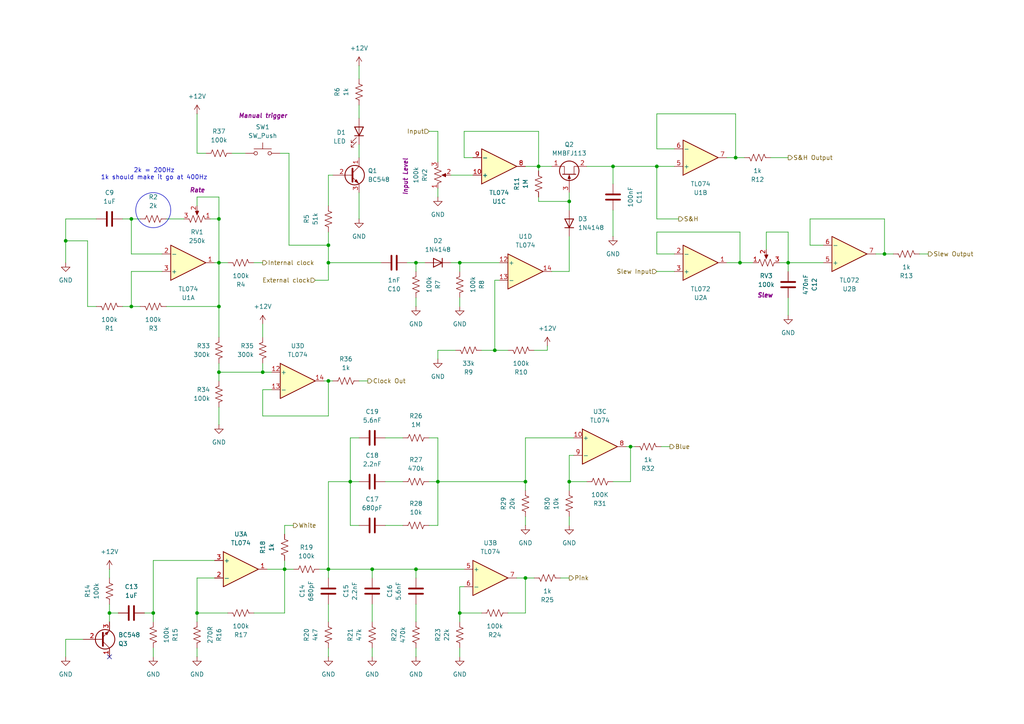
<source format=kicad_sch>
(kicad_sch (version 20231120) (generator "eeschema") (generator_version "8.0")
  (paper "A4")
  (title_block (company "DMH Instruments") (comment 1 "PCB for 5 cm Kosmo format synthesizer module"))
  (lib_symbols
    (symbol "Amplifier_Operational:TL072" (pin_names (offset 0.127))
      (property "Reference" "U" (at 0 5.08 0))
      (property "Value" "TL072" (at 0 -5.08 0))
      (symbol "TL072_1_1"
        (polyline (pts (xy -5.08 5.08) (xy 5.08 0) (xy -5.08 -5.08) (xy -5.08 5.08)) (stroke (width 0.254)) (fill (type background)))
        (pin output line (at 7.62 0 180) (length 2.54) (name "~") (number "1"))
        (pin input line (at -7.62 -2.54 0) (length 2.54) (name "-") (number "2"))
        (pin input line (at -7.62 2.54 0) (length 2.54) (name "+") (number "3"))
      )
      (symbol "TL072_2_1"
        (polyline (pts (xy -5.08 5.08) (xy 5.08 0) (xy -5.08 -5.08) (xy -5.08 5.08)) (stroke (width 0.254)) (fill (type background)))
        (pin input line (at -7.62 2.54 0) (length 2.54) (name "+") (number "5"))
        (pin input line (at -7.62 -2.54 0) (length 2.54) (name "-") (number "6"))
        (pin output line (at 7.62 0 180) (length 2.54) (name "~") (number "7"))
      )
      (symbol "TL072_3_1"
        (pin power_in line (at -2.54 -7.62 90) (length 3.81) (name "V-") (number "4"))
        (pin power_in line (at -2.54 7.62 270) (length 3.81) (name "V+") (number "8"))
      )
    )
    (symbol "Amplifier_Operational:TL074" (pin_names (offset 0.127))
      (property "Reference" "U" (at 0 5.08 0))
      (property "Value" "TL074" (at 0 -5.08 0))
      (symbol "TL074_1_1"
        (polyline (pts (xy -5.08 5.08) (xy 5.08 0) (xy -5.08 -5.08) (xy -5.08 5.08)) (stroke (width 0.254)) (fill (type background)))
        (pin output line (at 7.62 0 180) (length 2.54) (name "~") (number "1"))
        (pin input line (at -7.62 -2.54 0) (length 2.54) (name "-") (number "2"))
        (pin input line (at -7.62 2.54 0) (length 2.54) (name "+") (number "3"))
      )
      (symbol "TL074_2_1"
        (polyline (pts (xy -5.08 5.08) (xy 5.08 0) (xy -5.08 -5.08) (xy -5.08 5.08)) (stroke (width 0.254)) (fill (type background)))
        (pin input line (at -7.62 2.54 0) (length 2.54) (name "+") (number "5"))
        (pin input line (at -7.62 -2.54 0) (length 2.54) (name "-") (number "6"))
        (pin output line (at 7.62 0 180) (length 2.54) (name "~") (number "7"))
      )
      (symbol "TL074_3_1"
        (polyline (pts (xy -5.08 5.08) (xy 5.08 0) (xy -5.08 -5.08) (xy -5.08 5.08)) (stroke (width 0.254)) (fill (type background)))
        (pin input line (at -7.62 2.54 0) (length 2.54) (name "+") (number "10"))
        (pin output line (at 7.62 0 180) (length 2.54) (name "~") (number "8"))
        (pin input line (at -7.62 -2.54 0) (length 2.54) (name "-") (number "9"))
      )
      (symbol "TL074_4_1"
        (polyline (pts (xy -5.08 5.08) (xy 5.08 0) (xy -5.08 -5.08) (xy -5.08 5.08)) (stroke (width 0.254)) (fill (type background)))
        (pin input line (at -7.62 2.54 0) (length 2.54) (name "+") (number "12"))
        (pin input line (at -7.62 -2.54 0) (length 2.54) (name "-") (number "13"))
        (pin output line (at 7.62 0 180) (length 2.54) (name "~") (number "14"))
      )
      (symbol "TL074_5_1"
        (pin power_in line (at -2.54 -7.62 90) (length 3.81) (name "V-") (number "11"))
        (pin power_in line (at -2.54 7.62 270) (length 3.81) (name "V+") (number "4"))
      )
    )
    (symbol "Device:C" (pin_numbers hide) (pin_names (offset 0.254))
      (property "Reference" "C" (at 0.635 2.54 0))
      (property "Value" "C" (at 0.635 -2.54 0))
      (symbol "C_0_1"
        (polyline (pts (xy -2.032 -0.762) (xy 2.032 -0.762)) (stroke (width 0.508)))
        (polyline (pts (xy -2.032 0.762) (xy 2.032 0.762)) (stroke (width 0.508)))
      )
      (symbol "C_1_1"
        (pin passive line (at 0 3.81 270) (length 2.794) (name "~") (number "1"))
        (pin passive line (at 0 -3.81 90) (length 2.794) (name "~") (number "2"))
      )
    )
    (symbol "Device:D" (pin_numbers hide) (pin_names (offset 1.016) hide)
      (property "Reference" "D" (at 0 2.54 0))
      (property "Value" "D" (at 0 -2.54 0))
      (symbol "D_0_1"
        (polyline (pts (xy -1.27 1.27) (xy -1.27 -1.27)) (stroke (width 0.254)))
        (polyline (pts (xy 1.27 0) (xy -1.27 0)))
        (polyline (pts (xy 1.27 1.27) (xy 1.27 -1.27) (xy -1.27 0) (xy 1.27 1.27)) (stroke (width 0.254)))
      )
      (symbol "D_1_1"
        (pin passive line (at -3.81 0 0) (length 2.54) (name "K") (number "1"))
        (pin passive line (at 3.81 0 180) (length 2.54) (name "A") (number "2"))
      )
    )
    (symbol "Device:LED" (pin_numbers hide) (pin_names (offset 1.016) hide)
      (property "Reference" "D" (at 0 2.54 0))
      (property "Value" "LED" (at 0 -2.54 0))
      (symbol "LED_0_1"
        (polyline (pts (xy -1.27 -1.27) (xy -1.27 1.27)) (stroke (width 0.254)))
        (polyline (pts (xy -1.27 0) (xy 1.27 0)))
        (polyline (pts (xy 1.27 -1.27) (xy 1.27 1.27) (xy -1.27 0) (xy 1.27 -1.27)) (stroke (width 0.254)))
        (polyline (pts (xy -3.048 -0.762) (xy -4.572 -2.286) (xy -3.81 -2.286) (xy -4.572 -2.286) (xy -4.572 -1.524)))
        (polyline (pts (xy -1.778 -0.762) (xy -3.302 -2.286) (xy -2.54 -2.286) (xy -3.302 -2.286) (xy -3.302 -1.524)))
      )
      (symbol "LED_1_1"
        (pin passive line (at -3.81 0 0) (length 2.54) (name "K") (number "1"))
        (pin passive line (at 3.81 0 180) (length 2.54) (name "A") (number "2"))
      )
    )
    (symbol "Device:R_Potentiometer_US" (pin_names (offset 1.016) hide)
      (property "Reference" "RV" (at -4.445 0 90))
      (property "Value" "R_Potentiometer_US" (at -2.54 0 90))
      (symbol "R_Potentiometer_US_0_1"
        (polyline (pts (xy 0 -2.286) (xy 0 -2.54)))
        (polyline (pts (xy 0 2.54) (xy 0 2.286)))
        (polyline (pts (xy 2.54 0) (xy 1.524 0)))
        (polyline (pts (xy 1.143 0) (xy 2.286 0.508) (xy 2.286 -0.508) (xy 1.143 0)) (fill (type outline)))
        (polyline (pts (xy 0 -0.762) (xy 1.016 -1.143) (xy 0 -1.524) (xy -1.016 -1.905) (xy 0 -2.286)))
        (polyline (pts (xy 0 0.762) (xy 1.016 0.381) (xy 0 0) (xy -1.016 -0.381) (xy 0 -0.762)))
        (polyline (pts (xy 0 2.286) (xy 1.016 1.905) (xy 0 1.524) (xy -1.016 1.143) (xy 0 0.762)))
      )
      (symbol "R_Potentiometer_US_1_1"
        (pin passive line (at 0 3.81 270) (length 1.27) (name "1") (number "1"))
        (pin passive line (at 3.81 0 180) (length 1.27) (name "2") (number "2"))
        (pin passive line (at 0 -3.81 90) (length 1.27) (name "3") (number "3"))
      )
    )
    (symbol "Device:R_US" (pin_numbers hide) (pin_names (offset 0))
      (property "Reference" "R" (at 2.54 0 90))
      (property "Value" "R_US" (at -2.54 0 90))
      (symbol "R_US_0_1"
        (polyline (pts (xy 0 -2.286) (xy 0 -2.54)))
        (polyline (pts (xy 0 2.286) (xy 0 2.54)))
        (polyline (pts (xy 0 -0.762) (xy 1.016 -1.143) (xy 0 -1.524) (xy -1.016 -1.905) (xy 0 -2.286)))
        (polyline (pts (xy 0 0.762) (xy 1.016 0.381) (xy 0 0) (xy -1.016 -0.381) (xy 0 -0.762)))
        (polyline (pts (xy 0 2.286) (xy 1.016 1.905) (xy 0 1.524) (xy -1.016 1.143) (xy 0 0.762)))
      )
      (symbol "R_US_1_1"
        (pin passive line (at 0 3.81 270) (length 1.27) (name "~") (number "1"))
        (pin passive line (at 0 -3.81 90) (length 1.27) (name "~") (number "2"))
      )
    )
    (symbol "Switch:SW_Push" (pin_numbers hide) (pin_names (offset 1.016) hide)
      (property "Reference" "SW" (at 1.27 2.54 0))
      (property "Value" "SW_Push" (at 0 -1.524 0))
      (symbol "SW_Push_0_1"
        (circle (center -2.032 0) (radius 0.508))
        (polyline (pts (xy 0 1.27) (xy 0 3.048)))
        (polyline (pts (xy 2.54 1.27) (xy -2.54 1.27)))
        (circle (center 2.032 0) (radius 0.508))
        (pin passive line (at -5.08 0 0) (length 2.54) (name "1") (number "1"))
        (pin passive line (at 5.08 0 180) (length 2.54) (name "2") (number "2"))
      )
    )
    (symbol "Transistor_BJT:BC548" (pin_names (offset 0) hide)
      (property "Reference" "Q" (at 5.08 1.905 0))
      (property "Value" "BC548" (at 5.08 0 0))
      (symbol "BC548_0_1"
        (polyline (pts (xy 0 0) (xy 0.635 0)))
        (polyline (pts (xy 0.635 0.635) (xy 2.54 2.54)))
        (polyline (pts (xy 0.635 -0.635) (xy 2.54 -2.54) (xy 2.54 -2.54)))
        (polyline (pts (xy 0.635 1.905) (xy 0.635 -1.905) (xy 0.635 -1.905)) (stroke (width 0.508)))
        (polyline (pts (xy 1.27 -1.778) (xy 1.778 -1.27) (xy 2.286 -2.286) (xy 1.27 -1.778) (xy 1.27 -1.778)) (fill (type outline)))
        (circle (center 1.27 0) (radius 2.8194) (stroke (width 0.254)))
      )
      (symbol "BC548_1_1"
        (pin passive line (at 2.54 5.08 270) (length 2.54) (name "C") (number "1"))
        (pin input line (at -5.08 0 0) (length 5.08) (name "B") (number "2"))
        (pin passive line (at 2.54 -5.08 90) (length 2.54) (name "E") (number "3"))
      )
    )
    (symbol "Transistor_FET:MMBFJ113" (pin_names hide)
      (property "Reference" "Q" (at 5.08 1.905 0))
      (property "Value" "MMBFJ113" (at 5.08 0 0))
      (symbol "MMBFJ113_0_1"
        (polyline (pts (xy 0.254 0) (xy -2.54 0)))
        (polyline (pts (xy 0.254 1.905) (xy 0.254 -1.905)) (stroke (width 0.254)))
        (polyline (pts (xy 2.54 -2.54) (xy 2.54 -1.397) (xy 0.254 -1.397)))
        (polyline (pts (xy 2.54 2.54) (xy 2.54 1.397) (xy 0.254 1.397)))
        (polyline (pts (xy 0 0) (xy -1.016 0.381) (xy -1.016 -0.381) (xy 0 0)) (fill (type outline)))
        (circle (center 1.27 0) (radius 2.8194) (stroke (width 0.254)))
      )
      (symbol "MMBFJ113_1_1"
        (pin passive line (at 2.54 5.08 270) (length 2.54) (name "D") (number "1"))
        (pin passive line (at 2.54 -5.08 90) (length 2.54) (name "S") (number "2"))
        (pin input line (at -5.08 0 0) (length 2.54) (name "G") (number "3"))
      )
    )
    (symbol "power:+12V" (power) (pin_numbers hide) (pin_names (offset 0) hide)
      (property "Value" "+12V" (at 0 3.556 0))
      (symbol "+12V_0_1"
        (polyline (pts (xy -0.762 1.27) (xy 0 2.54)))
        (polyline (pts (xy 0 0) (xy 0 2.54)))
        (polyline (pts (xy 0 2.54) (xy 0.762 1.27)))
      )
      (symbol "+12V_1_1"
        (pin power_in line (at 0 0 90) (length 0) (name "~") (number "1"))
      )
    )
    (symbol "power:GND" (power) (pin_numbers hide) (pin_names (offset 0) hide)
      (property "Value" "GND" (at 0 -3.81 0))
      (symbol "GND_0_1"
        (polyline (pts (xy 0 0) (xy 0 -1.27) (xy 1.27 -1.27) (xy 0 -2.54) (xy -1.27 -1.27) (xy 0 -1.27)))
      )
      (symbol "GND_1_1"
        (pin power_in line (at 0 0 270) (length 0) (name "~") (number "1"))
      )
    )
  )
  (junction (at 165.1 58.42))
  (junction (at 19.05 69.85))
  (junction (at 182.88 129.54))
  (junction (at 213.36 45.72))
  (junction (at 31.75 177.8))
  (junction (at 63.5 63.5))
  (junction (at 95.25 165.1))
  (junction (at 190.5 48.26))
  (junction (at 38.1 63.5))
  (junction (at 133.35 177.8))
  (junction (at 76.2 107.95))
  (junction (at 63.5 76.2))
  (junction (at 107.95 165.1))
  (junction (at 256.54 73.66))
  (junction (at 152.4 139.7))
  (junction (at 156.21 48.26))
  (junction (at 120.65 165.1))
  (junction (at 143.51 101.6))
  (junction (at 95.25 110.49))
  (junction (at 165.1 139.7))
  (junction (at 177.8 48.26))
  (junction (at 120.65 76.2))
  (junction (at 101.6 139.7))
  (junction (at 44.45 177.8))
  (junction (at 127 139.7))
  (junction (at 214.63 76.2))
  (junction (at 82.55 165.1))
  (junction (at 95.25 71.12))
  (junction (at 95.25 76.2))
  (junction (at 152.4 167.64))
  (junction (at 63.5 107.95))
  (junction (at 133.35 76.2))
  (junction (at 57.15 177.8))
  (junction (at 63.5 88.9))
  (junction (at 38.1 88.9))
  (junction (at 228.6 76.2))
  (no_connect (at 31.75 190.5))
  (wire (pts (xy 101.6 127) (xy 101.6 139.7)))
  (wire (pts (xy 57.15 57.15) (xy 63.5 57.15)))
  (wire (pts (xy 63.5 57.15) (xy 63.5 63.5)))
  (wire (pts (xy 38.1 63.5) (xy 40.64 63.5)))
  (wire (pts (xy 166.37 127) (xy 152.4 127)))
  (wire (pts (xy 104.14 127) (xy 101.6 127)))
  (wire (pts (xy 132.08 101.6) (xy 127 101.6)))
  (wire (pts (xy 137.16 45.72) (xy 134.62 45.72)))
  (wire (pts (xy 266.7 73.66) (xy 269.24 73.66)))
  (wire (pts (xy 165.1 139.7) (xy 170.18 139.7)))
  (wire (pts (xy 35.56 88.9) (xy 38.1 88.9)))
  (wire (pts (xy 213.36 33.02) (xy 213.36 45.72)))
  (wire (pts (xy 156.21 38.1) (xy 156.21 48.26)))
  (wire (pts (xy 41.91 177.8) (xy 44.45 177.8)))
  (wire (pts (xy 196.85 63.5) (xy 190.5 63.5)))
  (wire (pts (xy 19.05 69.85) (xy 19.05 76.2)))
  (wire (pts (xy 24.13 185.42) (xy 19.05 185.42)))
  (wire (pts (xy 147.32 177.8) (xy 152.4 177.8)))
  (wire (pts (xy 254 73.66) (xy 256.54 73.66)))
  (wire (pts (xy 25.4 69.85) (xy 19.05 69.85)))
  (wire (pts (xy 38.1 73.66) (xy 38.1 63.5)))
  (wire (pts (xy 190.5 33.02) (xy 213.36 33.02)))
  (wire (pts (xy 31.75 165.1) (xy 31.75 167.64)))
  (wire (pts (xy 120.65 187.96) (xy 120.65 190.5)))
  (wire (pts (xy 152.4 177.8) (xy 152.4 167.64)))
  (wire (pts (xy 134.62 45.72) (xy 134.62 38.1)))
  (wire (pts (xy 156.21 58.42) (xy 165.1 58.42)))
  (wire (pts (xy 19.05 185.42) (xy 19.05 190.5)))
  (wire (pts (xy 143.51 81.28) (xy 143.51 101.6)))
  (wire (pts (xy 35.56 63.5) (xy 38.1 63.5)))
  (wire (pts (xy 127 127) (xy 127 139.7)))
  (wire (pts (xy 57.15 59.69) (xy 57.15 57.15)))
  (wire (pts (xy 158.75 101.6) (xy 158.75 100.33)))
  (wire (pts (xy 44.45 187.96) (xy 44.45 190.5)))
  (wire (pts (xy 130.81 50.8) (xy 137.16 50.8)))
  (wire (pts (xy 95.25 59.69) (xy 95.25 50.8)))
  (wire (pts (xy 120.65 76.2) (xy 123.19 76.2)))
  (wire (pts (xy 63.5 107.95) (xy 76.2 107.95)))
  (wire (pts (xy 63.5 76.2) (xy 66.04 76.2)))
  (wire (pts (xy 82.55 152.4) (xy 85.09 152.4)))
  (wire (pts (xy 143.51 81.28) (xy 144.78 81.28)))
  (wire (pts (xy 62.23 167.64) (xy 57.15 167.64)))
  (wire (pts (xy 154.94 101.6) (xy 158.75 101.6)))
  (wire (pts (xy 82.55 154.94) (xy 82.55 152.4)))
  (wire (pts (xy 82.55 165.1) (xy 82.55 177.8)))
  (wire (pts (xy 57.15 177.8) (xy 57.15 180.34)))
  (wire (pts (xy 104.14 41.91) (xy 104.14 45.72)))
  (wire (pts (xy 104.14 19.05) (xy 104.14 22.86)))
  (wire (pts (xy 76.2 113.03) (xy 76.2 120.65)))
  (wire (pts (xy 104.14 55.88) (xy 104.14 63.5)))
  (wire (pts (xy 124.46 127) (xy 127 127)))
  (wire (pts (xy 127 139.7) (xy 152.4 139.7)))
  (wire (pts (xy 48.26 88.9) (xy 63.5 88.9)))
  (wire (pts (xy 63.5 63.5) (xy 63.5 76.2)))
  (wire (pts (xy 133.35 76.2) (xy 133.35 78.74)))
  (wire (pts (xy 149.86 167.64) (xy 152.4 167.64)))
  (wire (pts (xy 190.5 48.26) (xy 195.58 48.26)))
  (wire (pts (xy 92.71 165.1) (xy 95.25 165.1)))
  (wire (pts (xy 95.25 76.2) (xy 95.25 71.12)))
  (wire (pts (xy 63.5 88.9) (xy 63.5 76.2)))
  (wire (pts (xy 57.15 33.02) (xy 57.15 44.45)))
  (wire (pts (xy 73.66 76.2) (xy 76.2 76.2)))
  (wire (pts (xy 165.1 139.7) (xy 165.1 132.08)))
  (wire (pts (xy 93.98 110.49) (xy 95.25 110.49)))
  (wire (pts (xy 27.94 63.5) (xy 19.05 63.5)))
  (wire (pts (xy 107.95 175.26) (xy 107.95 180.34)))
  (wire (pts (xy 95.25 76.2) (xy 110.49 76.2)))
  (wire (pts (xy 177.8 48.26) (xy 190.5 48.26)))
  (wire (pts (xy 228.6 76.2) (xy 238.76 76.2)))
  (wire (pts (xy 62.23 76.2) (xy 63.5 76.2)))
  (wire (pts (xy 104.14 110.49) (xy 106.68 110.49)))
  (wire (pts (xy 63.5 107.95) (xy 63.5 110.49)))
  (wire (pts (xy 31.75 177.8) (xy 34.29 177.8)))
  (wire (pts (xy 120.65 86.36) (xy 120.65 88.9)))
  (wire (pts (xy 124.46 152.4) (xy 127 152.4)))
  (wire (pts (xy 162.56 167.64) (xy 165.1 167.64)))
  (wire (pts (xy 165.1 58.42) (xy 165.1 60.96)))
  (wire (pts (xy 120.65 76.2) (xy 120.65 78.74)))
  (wire (pts (xy 156.21 48.26) (xy 160.02 48.26)))
  (wire (pts (xy 57.15 167.64) (xy 57.15 177.8)))
  (wire (pts (xy 124.46 38.1) (xy 127 38.1)))
  (wire (pts (xy 130.81 76.2) (xy 133.35 76.2)))
  (wire (pts (xy 214.63 76.2) (xy 218.44 76.2)))
  (wire (pts (xy 182.88 129.54) (xy 182.88 139.7)))
  (wire (pts (xy 256.54 73.66) (xy 259.08 73.66)))
  (wire (pts (xy 83.82 44.45) (xy 83.82 71.12)))
  (wire (pts (xy 127 38.1) (xy 127 46.99)))
  (wire (pts (xy 228.6 86.36) (xy 228.6 91.44)))
  (wire (pts (xy 60.96 63.5) (xy 63.5 63.5)))
  (wire (pts (xy 118.11 76.2) (xy 120.65 76.2)))
  (wire (pts (xy 228.6 67.31) (xy 228.6 76.2)))
  (wire (pts (xy 195.58 73.66) (xy 190.5 73.66)))
  (wire (pts (xy 165.1 78.74) (xy 160.02 78.74)))
  (wire (pts (xy 95.25 139.7) (xy 95.25 165.1)))
  (wire (pts (xy 44.45 177.8) (xy 44.45 180.34)))
  (wire (pts (xy 67.31 44.45) (xy 71.12 44.45)))
  (wire (pts (xy 156.21 48.26) (xy 156.21 49.53)))
  (wire (pts (xy 133.35 177.8) (xy 139.7 177.8)))
  (wire (pts (xy 177.8 60.96) (xy 177.8 68.58)))
  (wire (pts (xy 25.4 88.9) (xy 25.4 69.85)))
  (wire (pts (xy 191.77 129.54) (xy 194.31 129.54)))
  (wire (pts (xy 46.99 78.74) (xy 38.1 78.74)))
  (wire (pts (xy 177.8 48.26) (xy 177.8 53.34)))
  (wire (pts (xy 73.66 177.8) (xy 82.55 177.8)))
  (wire (pts (xy 124.46 139.7) (xy 127 139.7)))
  (wire (pts (xy 133.35 187.96) (xy 133.35 190.5)))
  (wire (pts (xy 181.61 129.54) (xy 182.88 129.54)))
  (wire (pts (xy 170.18 48.26) (xy 177.8 48.26)))
  (wire (pts (xy 190.5 78.74) (xy 195.58 78.74)))
  (wire (pts (xy 238.76 71.12) (xy 234.95 71.12)))
  (wire (pts (xy 44.45 162.56) (xy 44.45 177.8)))
  (wire (pts (xy 101.6 139.7) (xy 95.25 139.7)))
  (wire (pts (xy 76.2 120.65) (xy 95.25 120.65)))
  (wire (pts (xy 195.58 43.18) (xy 190.5 43.18)))
  (wire (pts (xy 95.25 187.96) (xy 95.25 190.5)))
  (wire (pts (xy 139.7 101.6) (xy 143.51 101.6)))
  (wire (pts (xy 95.25 120.65) (xy 95.25 110.49)))
  (wire (pts (xy 152.4 167.64) (xy 154.94 167.64)))
  (wire (pts (xy 177.8 139.7) (xy 182.88 139.7)))
  (wire (pts (xy 228.6 76.2) (xy 228.6 78.74)))
  (wire (pts (xy 165.1 68.58) (xy 165.1 78.74)))
  (wire (pts (xy 223.52 45.72) (xy 228.6 45.72)))
  (wire (pts (xy 31.75 175.26) (xy 31.75 177.8)))
  (wire (pts (xy 107.95 187.96) (xy 107.95 190.5)))
  (wire (pts (xy 213.36 45.72) (xy 215.9 45.72)))
  (wire (pts (xy 134.62 38.1) (xy 156.21 38.1)))
  (wire (pts (xy 152.4 149.86) (xy 152.4 152.4)))
  (wire (pts (xy 111.76 139.7) (xy 116.84 139.7)))
  (wire (pts (xy 46.99 73.66) (xy 38.1 73.66)))
  (wire (pts (xy 78.74 113.03) (xy 76.2 113.03)))
  (wire (pts (xy 165.1 149.86) (xy 165.1 152.4)))
  (wire (pts (xy 190.5 43.18) (xy 190.5 33.02)))
  (wire (pts (xy 182.88 129.54) (xy 184.15 129.54)))
  (wire (pts (xy 210.82 76.2) (xy 214.63 76.2)))
  (wire (pts (xy 31.75 177.8) (xy 31.75 180.34)))
  (wire (pts (xy 127 101.6) (xy 127 104.14)))
  (wire (pts (xy 165.1 55.88) (xy 165.1 58.42)))
  (wire (pts (xy 95.25 175.26) (xy 95.25 180.34)))
  (wire (pts (xy 234.95 63.5) (xy 256.54 63.5)))
  (wire (pts (xy 83.82 71.12) (xy 95.25 71.12)))
  (wire (pts (xy 134.62 170.18) (xy 133.35 170.18)))
  (wire (pts (xy 133.35 180.34) (xy 133.35 177.8)))
  (wire (pts (xy 143.51 101.6) (xy 147.32 101.6)))
  (wire (pts (xy 76.2 105.41) (xy 76.2 107.95)))
  (wire (pts (xy 107.95 165.1) (xy 95.25 165.1)))
  (wire (pts (xy 111.76 127) (xy 116.84 127)))
  (wire (pts (xy 127 139.7) (xy 127 152.4)))
  (wire (pts (xy 152.4 139.7) (xy 152.4 142.24)))
  (wire (pts (xy 107.95 165.1) (xy 120.65 165.1)))
  (wire (pts (xy 111.76 152.4) (xy 116.84 152.4)))
  (wire (pts (xy 190.5 73.66) (xy 190.5 67.31)))
  (wire (pts (xy 63.5 105.41) (xy 63.5 107.95)))
  (wire (pts (xy 59.69 44.45) (xy 57.15 44.45)))
  (wire (pts (xy 95.25 67.31) (xy 95.25 71.12)))
  (wire (pts (xy 38.1 88.9) (xy 40.64 88.9)))
  (wire (pts (xy 57.15 177.8) (xy 66.04 177.8)))
  (wire (pts (xy 38.1 78.74) (xy 38.1 88.9)))
  (wire (pts (xy 120.65 175.26) (xy 120.65 180.34)))
  (wire (pts (xy 76.2 93.98) (xy 76.2 97.79)))
  (wire (pts (xy 152.4 127) (xy 152.4 139.7)))
  (wire (pts (xy 95.25 165.1) (xy 95.25 167.64)))
  (wire (pts (xy 62.23 162.56) (xy 44.45 162.56)))
  (wire (pts (xy 133.35 76.2) (xy 144.78 76.2)))
  (wire (pts (xy 156.21 58.42) (xy 156.21 57.15)))
  (wire (pts (xy 95.25 50.8) (xy 96.52 50.8)))
  (wire (pts (xy 104.14 139.7) (xy 101.6 139.7)))
  (wire (pts (xy 165.1 142.24) (xy 165.1 139.7)))
  (wire (pts (xy 76.2 107.95) (xy 78.74 107.95)))
  (wire (pts (xy 222.25 67.31) (xy 228.6 67.31)))
  (wire (pts (xy 226.06 76.2) (xy 228.6 76.2)))
  (wire (pts (xy 91.44 81.28) (xy 95.25 81.28)))
  (wire (pts (xy 120.65 165.1) (xy 120.65 167.64)))
  (wire (pts (xy 104.14 152.4) (xy 101.6 152.4)))
  (wire (pts (xy 214.63 67.31) (xy 214.63 76.2)))
  (wire (pts (xy 95.25 110.49) (xy 96.52 110.49)))
  (wire (pts (xy 104.14 30.48) (xy 104.14 34.29)))
  (wire (pts (xy 152.4 48.26) (xy 156.21 48.26)))
  (wire (pts (xy 81.28 44.45) (xy 83.82 44.45)))
  (wire (pts (xy 127 54.61) (xy 127 57.15)))
  (wire (pts (xy 133.35 86.36) (xy 133.35 88.9)))
  (wire (pts (xy 27.94 88.9) (xy 25.4 88.9)))
  (wire (pts (xy 165.1 132.08) (xy 166.37 132.08)))
  (wire (pts (xy 101.6 152.4) (xy 101.6 139.7)))
  (wire (pts (xy 63.5 88.9) (xy 63.5 97.79)))
  (wire (pts (xy 85.09 165.1) (xy 82.55 165.1)))
  (wire (pts (xy 77.47 165.1) (xy 82.55 165.1)))
  (wire (pts (xy 19.05 63.5) (xy 19.05 69.85)))
  (wire (pts (xy 234.95 71.12) (xy 234.95 63.5)))
  (wire (pts (xy 95.25 81.28) (xy 95.25 76.2)))
  (wire (pts (xy 48.26 63.5) (xy 53.34 63.5)))
  (wire (pts (xy 63.5 118.11) (xy 63.5 123.19)))
  (wire (pts (xy 222.25 72.39) (xy 222.25 67.31)))
  (wire (pts (xy 210.82 45.72) (xy 213.36 45.72)))
  (wire (pts (xy 256.54 63.5) (xy 256.54 73.66)))
  (wire (pts (xy 82.55 162.56) (xy 82.55 165.1)))
  (wire (pts (xy 190.5 67.31) (xy 214.63 67.31)))
  (wire (pts (xy 57.15 187.96) (xy 57.15 190.5)))
  (wire (pts (xy 107.95 165.1) (xy 107.95 167.64)))
  (wire (pts (xy 190.5 63.5) (xy 190.5 48.26)))
  (wire (pts (xy 134.62 165.1) (xy 120.65 165.1)))
  (wire (pts (xy 133.35 170.18) (xy 133.35 177.8)))
  (circle (center 44.45 60.96) (radius 5.08))
  (text "2k = 200Hz\n1k should make it go at 400Hz" (at 44.704 50.546 0) (effects (font (size 1.27 1.27))))
  (hierarchical_label "Internal clock" (shape output) (at 76.2 76.2 0))
  (hierarchical_label "Slew Input" (shape input) (at 190.5 78.74 180))
  (hierarchical_label "Blue" (shape output) (at 194.31 129.54 0))
  (hierarchical_label "White" (shape output) (at 85.09 152.4 0))
  (hierarchical_label "Input" (shape input) (at 124.46 38.1 180))
  (hierarchical_label "Clock Out" (shape output) (at 106.68 110.49 0))
  (hierarchical_label "Slew Output" (shape output) (at 269.24 73.66 0))
  (hierarchical_label "S&H Output" (shape output) (at 228.6 45.72 0))
  (hierarchical_label "S&H" (shape output) (at 196.85 63.5 0))
  (hierarchical_label "Pink" (shape output) (at 165.1 167.64 0))
  (hierarchical_label "External clock" (shape input) (at 91.44 81.28 180))
  (symbol (lib_id "power:GND") (at 133.35 88.9 0) (unit 1)
    (property "Reference" "#PWR09" (effects (hide yes)))
    (property "Value" "GND" (at 133.35 93.98 0))
    (property "Description" "Power symbol creates a global label with name \"GND\" , ground" (effects (hide yes)))
  )
  (symbol (lib_id "power:GND") (at 104.14 63.5 0) (unit 1)
    (property "Reference" "#PWR02" (effects (hide yes)))
    (property "Value" "GND" (at 104.14 68.58 0))
    (property "Description" "Power symbol creates a global label with name \"GND\" , ground" (effects (hide yes)))
  )
  (symbol (lib_id "power:GND") (at 228.6 91.44 0) (unit 1)
    (property "Reference" "#PWR020" (effects (hide yes)))
    (property "Value" "GND" (at 228.6 96.52 0))
    (property "Description" "Power symbol creates a global label with name \"GND\" , ground" (effects (hide yes)))
  )
  (symbol (lib_id "power:GND") (at 19.05 190.5 0) (unit 1)
    (property "Reference" "#PWR021" (effects (hide yes)))
    (property "Value" "GND" (at 19.05 195.58 0))
    (property "Description" "Power symbol creates a global label with name \"GND\" , ground" (effects (hide yes)))
  )
  (symbol (lib_id "Device:R_US") (at 31.75 171.45 0) (unit 1)
    (property "Reference" "R14" (at 25.4 171.45 90))
    (property "Value" "100k" (at 27.94 171.45 90))
    (property "Footprint" "Resistor_THT:R_Axial_DIN0207_L6.3mm_D2.5mm_P7.62mm_Horizontal" (effects (hide yes)))
    (property "Description" "Resistor, US symbol" (effects (hide yes)))
  )
  (symbol (lib_id "power:GND") (at 120.65 88.9 0) (unit 1)
    (property "Reference" "#PWR04" (effects (hide yes)))
    (property "Value" "GND" (at 120.65 93.98 0))
    (property "Description" "Power symbol creates a global label with name \"GND\" , ground" (effects (hide yes)))
  )
  (symbol (lib_id "Amplifier_Operational:TL074") (at 69.85 165.1 0) (unit 1)
    (property "Reference" "U3" (at 69.85 154.94 0))
    (property "Value" "TL074" (at 69.85 157.48 0))
    (property "Footprint" "Package_DIP:DIP-14_W7.62mm_Socket" (effects (hide yes)))
    (property "Datasheet" "http://www.ti.com/lit/ds/symlink/tl071.pdf" (effects (hide yes)))
    (property "Description" "Quad Low-Noise JFET-Input Operational Amplifiers, DIP-14/SOIC-14" (effects (hide yes)))
  )
  (symbol (lib_id "Device:R_US") (at 187.96 129.54 270) (mirror x) (unit 1)
    (property "Reference" "R32" (at 187.96 135.89 90))
    (property "Value" "1k" (at 187.96 133.35 90))
    (property "Footprint" "Resistor_THT:R_Axial_DIN0207_L6.3mm_D2.5mm_P7.62mm_Horizontal" (effects (hide yes)))
    (property "Description" "Resistor, US symbol" (effects (hide yes)))
  )
  (symbol (lib_id "Amplifier_Operational:TL074") (at 144.78 48.26 0) (mirror x) (unit 3)
    (property "Reference" "U1" (at 144.78 58.42 0))
    (property "Value" "TL074" (at 144.78 55.88 0))
    (property "Footprint" "Package_DIP:DIP-14_W7.62mm_Socket" (effects (hide yes)))
    (property "Datasheet" "http://www.ti.com/lit/ds/symlink/tl071.pdf" (effects (hide yes)))
    (property "Description" "Quad Low-Noise JFET-Input Operational Amplifiers, DIP-14/SOIC-14" (effects (hide yes)))
  )
  (symbol (lib_id "Device:R_US") (at 133.35 82.55 0) (mirror y) (unit 1)
    (property "Reference" "R8" (at 139.7 82.55 90))
    (property "Value" "100k" (at 137.16 82.55 90))
    (property "Footprint" "Resistor_THT:R_Axial_DIN0207_L6.3mm_D2.5mm_P7.62mm_Horizontal" (effects (hide yes)))
    (property "Description" "Resistor, US symbol" (effects (hide yes)))
  )
  (symbol (lib_id "Device:R_US") (at 63.5 101.6 0) (mirror y) (unit 1)
    (property "Reference" "R33" (at 60.96 100.3299 0) (effects (justify left)))
    (property "Value" "300k" (at 60.96 102.8699 0) (effects (justify left)))
    (property "Footprint" "Resistor_THT:R_Axial_DIN0207_L6.3mm_D2.5mm_P7.62mm_Horizontal" (effects (hide yes)))
    (property "Description" "Resistor, US symbol" (effects (hide yes)))
  )
  (symbol (lib_id "Device:LED") (at 104.14 38.1 270) (mirror x) (unit 1)
    (property "Reference" "D1" (at 100.33 38.4174 90) (effects (justify right)))
    (property "Value" "LED" (at 100.33 40.9574 90) (effects (justify right)))
    (property "Footprint" "LED_THT:LED_D3.0mm" (effects (hide yes)))
    (property "Description" "Light emitting diode" (effects (hide yes)))
  )
  (symbol (lib_id "Device:R_Potentiometer_US") (at 222.25 76.2 90) (unit 1)
    (property "Reference" "RV3" (at 222.25 80.01 90))
    (property "Value" "100k" (at 222.25 82.55 90))
    (property "Footprint" "Potentiometer_THT:Potentiometer_Alpha_RD901F-40-00D_Single_Vertical" (effects (hide yes)))
    (property "Description" "Potentiometer, US symbol" (effects (hide yes)))
    (property "Function" "Slew" (at 221.996 85.598 90) (effects (font (thickness 0.254) (bold yes) (italic yes))))
  )
  (symbol (lib_id "power:+12V") (at 104.14 19.05 0) (unit 1)
    (property "Reference" "#PWR03" (effects (hide yes)))
    (property "Value" "+12V" (at 104.14 13.97 0))
    (property "Description" "Power symbol creates a global label with name \"+12V\"" (effects (hide yes)))
  )
  (symbol (lib_id "power:GND") (at 127 104.14 0) (unit 1)
    (property "Reference" "#PWR010" (effects (hide yes)))
    (property "Value" "GND" (at 127 109.22 0))
    (property "Description" "Power symbol creates a global label with name \"GND\" , ground" (effects (hide yes)))
  )
  (symbol (lib_id "Amplifier_Operational:TL072") (at 246.38 73.66 0) (mirror x) (unit 2)
    (property "Reference" "U2" (at 246.38 83.82 0))
    (property "Value" "TL072" (at 246.38 81.28 0))
    (property "Footprint" "Package_DIP:DIP-8_W7.62mm_Socket" (effects (hide yes)))
    (property "Datasheet" "http://www.ti.com/lit/ds/symlink/tl071.pdf" (effects (hide yes)))
    (property "Description" "Dual Low-Noise JFET-Input Operational Amplifiers, DIP-8/SOIC-8" (effects (hide yes)))
  )
  (symbol (lib_id "power:+12V") (at 31.75 165.1 0) (unit 1)
    (property "Reference" "#PWR022" (effects (hide yes)))
    (property "Value" "+12V" (at 31.75 160.02 0))
    (property "Description" "Power symbol creates a global label with name \"+12V\"" (effects (hide yes)))
  )
  (symbol (lib_id "Device:R_US") (at 100.33 110.49 90) (unit 1)
    (property "Reference" "R36" (at 100.33 104.14 90))
    (property "Value" "1k" (at 100.33 106.68 90))
    (property "Footprint" "Resistor_THT:R_Axial_DIN0207_L6.3mm_D2.5mm_P7.62mm_Horizontal" (effects (hide yes)))
    (property "Description" "Resistor, US symbol" (effects (hide yes)))
  )
  (symbol (lib_id "power:+12V") (at 76.2 93.98 0) (unit 1)
    (property "Reference" "#PWR032" (effects (hide yes)))
    (property "Value" "+12V" (at 76.2 88.9 0))
    (property "Description" "Power symbol creates a global label with name \"+12V\"" (effects (hide yes)))
  )
  (symbol (lib_id "Device:C") (at 31.75 63.5 90) (unit 1)
    (property "Reference" "C9" (at 31.75 55.88 90))
    (property "Value" "1uF" (at 31.75 58.42 90))
    (property "Footprint" "Capacitor_THT:C_Disc_D4.3mm_W1.9mm_P5.00mm" (effects (hide yes)))
    (property "Description" "Unpolarized capacitor" (effects (hide yes)))
  )
  (symbol (lib_id "Amplifier_Operational:TL074") (at 86.36 110.49 0) (unit 4)
    (property "Reference" "U3" (at 86.36 100.33 0))
    (property "Value" "TL074" (at 86.36 102.87 0))
    (property "Footprint" "Package_DIP:DIP-14_W7.62mm_Socket" (effects (hide yes)))
    (property "Datasheet" "http://www.ti.com/lit/ds/symlink/tl071.pdf" (effects (hide yes)))
    (property "Description" "Quad Low-Noise JFET-Input Operational Amplifiers, DIP-14/SOIC-14" (effects (hide yes)))
  )
  (symbol (lib_id "Device:C") (at 107.95 127 90) (mirror x) (unit 1)
    (property "Reference" "C19" (at 107.95 119.38 90))
    (property "Value" "5.6nF" (at 107.95 121.92 90))
    (property "Footprint" "Capacitor_THT:C_Disc_D4.3mm_W1.9mm_P5.00mm" (effects (hide yes)))
    (property "Description" "Unpolarized capacitor" (effects (hide yes)))
  )
  (symbol (lib_id "Device:R_US") (at 120.65 139.7 270) (unit 1)
    (property "Reference" "R27" (at 120.65 133.35 90))
    (property "Value" "470k" (at 120.65 135.89 90))
    (property "Footprint" "Resistor_THT:R_Axial_DIN0207_L6.3mm_D2.5mm_P7.62mm_Horizontal" (effects (hide yes)))
    (property "Description" "Resistor, US symbol" (effects (hide yes)))
  )
  (symbol (lib_id "Device:C") (at 228.6 82.55 0) (mirror y) (unit 1)
    (property "Reference" "C12" (at 236.22 82.55 90))
    (property "Value" "470nF" (at 233.68 82.55 90))
    (property "Footprint" "Capacitor_THT:C_Disc_D4.3mm_W1.9mm_P5.00mm" (effects (hide yes)))
    (property "Description" "Unpolarized capacitor" (effects (hide yes)))
  )
  (symbol (lib_id "Device:R_US") (at 104.14 26.67 0) (unit 1)
    (property "Reference" "R6" (at 97.79 26.67 90))
    (property "Value" "1k" (at 100.33 26.67 90))
    (property "Footprint" "Resistor_THT:R_Axial_DIN0207_L6.3mm_D2.5mm_P7.62mm_Horizontal" (effects (hide yes)))
    (property "Description" "Resistor, US symbol" (effects (hide yes)))
  )
  (symbol (lib_id "Amplifier_Operational:TL074") (at 54.61 76.2 0) (mirror x) (unit 1)
    (property "Reference" "U1" (at 54.61 86.36 0))
    (property "Value" "TL074" (at 54.61 83.82 0))
    (property "Footprint" "Package_DIP:DIP-14_W7.62mm_Socket" (effects (hide yes)))
    (property "Datasheet" "http://www.ti.com/lit/ds/symlink/tl071.pdf" (effects (hide yes)))
    (property "Description" "Quad Low-Noise JFET-Input Operational Amplifiers, DIP-14/SOIC-14" (effects (hide yes)))
  )
  (symbol (lib_id "Device:R_US") (at 120.65 127 270) (unit 1)
    (property "Reference" "R26" (at 120.65 120.65 90))
    (property "Value" "1M" (at 120.65 123.19 90))
    (property "Footprint" "Resistor_THT:R_Axial_DIN0207_L6.3mm_D2.5mm_P7.62mm_Horizontal" (effects (hide yes)))
    (property "Description" "Resistor, US symbol" (effects (hide yes)))
  )
  (symbol (lib_id "Device:C") (at 107.95 171.45 0) (unit 1)
    (property "Reference" "C15" (at 100.33 171.45 90))
    (property "Value" "2.2nF" (at 102.87 171.45 90))
    (property "Footprint" "Capacitor_THT:C_Disc_D4.3mm_W1.9mm_P5.00mm" (effects (hide yes)))
    (property "Description" "Unpolarized capacitor" (effects (hide yes)))
  )
  (symbol (lib_id "Amplifier_Operational:TL074") (at 152.4 78.74 0) (unit 4)
    (property "Reference" "U1" (at 152.4 68.58 0))
    (property "Value" "TL074" (at 152.4 71.12 0))
    (property "Footprint" "Package_DIP:DIP-14_W7.62mm_Socket" (effects (hide yes)))
    (property "Datasheet" "http://www.ti.com/lit/ds/symlink/tl071.pdf" (effects (hide yes)))
    (property "Description" "Quad Low-Noise JFET-Input Operational Amplifiers, DIP-14/SOIC-14" (effects (hide yes)))
  )
  (symbol (lib_id "Switch:SW_Push") (at 76.2 44.45 0) (unit 1)
    (property "Reference" "SW1" (at 76.2 36.83 0))
    (property "Value" "SW_Push" (at 76.2 39.37 0))
    (property "Description" "Push button switch, generic, two pins" (effects (hide yes)))
    (property "Function" "Manual trigger" (at 76.2 33.528 0) (effects (font (thickness 0.254) (bold yes) (italic yes))))
  )
  (symbol (lib_id "power:GND") (at 57.15 190.5 0) (unit 1)
    (property "Reference" "#PWR024" (effects (hide yes)))
    (property "Value" "GND" (at 57.15 195.58 0))
    (property "Description" "Power symbol creates a global label with name \"GND\" , ground" (effects (hide yes)))
  )
  (symbol (lib_id "Device:R_US") (at 31.75 88.9 270) (mirror x) (unit 1)
    (property "Reference" "R1" (at 31.75 95.25 90))
    (property "Value" "100k" (at 31.75 92.71 90))
    (property "Footprint" "Resistor_THT:R_Axial_DIN0207_L6.3mm_D2.5mm_P7.62mm_Horizontal" (effects (hide yes)))
    (property "Description" "Resistor, US symbol" (effects (hide yes)))
  )
  (symbol (lib_id "Device:R_US") (at 120.65 152.4 270) (unit 1)
    (property "Reference" "R28" (at 120.65 146.05 90))
    (property "Value" "10k" (at 120.65 148.59 90))
    (property "Footprint" "Resistor_THT:R_Axial_DIN0207_L6.3mm_D2.5mm_P7.62mm_Horizontal" (effects (hide yes)))
    (property "Description" "Resistor, US symbol" (effects (hide yes)))
  )
  (symbol (lib_id "Device:R_US") (at 82.55 158.75 0) (unit 1)
    (property "Reference" "R18" (at 76.2 158.75 90))
    (property "Value" "1k" (at 78.74 158.75 90))
    (property "Footprint" "Resistor_THT:R_Axial_DIN0207_L6.3mm_D2.5mm_P7.62mm_Horizontal" (effects (hide yes)))
    (property "Description" "Resistor, US symbol" (effects (hide yes)))
  )
  (symbol (lib_id "Device:R_US") (at 76.2 101.6 0) (mirror y) (unit 1)
    (property "Reference" "R35" (at 73.66 100.3299 0) (effects (justify left)))
    (property "Value" "300k" (at 73.66 102.8699 0) (effects (justify left)))
    (property "Footprint" "Resistor_THT:R_Axial_DIN0207_L6.3mm_D2.5mm_P7.62mm_Horizontal" (effects (hide yes)))
    (property "Description" "Resistor, US symbol" (effects (hide yes)))
  )
  (symbol (lib_id "Device:R_US") (at 57.15 184.15 0) (mirror y) (unit 1)
    (property "Reference" "R16" (at 63.5 184.15 90))
    (property "Value" "270R" (at 60.96 184.15 90))
    (property "Footprint" "Resistor_THT:R_Axial_DIN0207_L6.3mm_D2.5mm_P7.62mm_Horizontal" (effects (hide yes)))
    (property "Description" "Resistor, US symbol" (effects (hide yes)))
  )
  (symbol (lib_id "Device:R_US") (at 120.65 82.55 0) (mirror y) (unit 1)
    (property "Reference" "R7" (at 127 82.55 90))
    (property "Value" "100k" (at 124.46 82.55 90))
    (property "Footprint" "Resistor_THT:R_Axial_DIN0207_L6.3mm_D2.5mm_P7.62mm_Horizontal" (effects (hide yes)))
    (property "Description" "Resistor, US symbol" (effects (hide yes)))
  )
  (symbol (lib_id "Transistor_BJT:BC548") (at 29.21 185.42 0) (mirror x) (unit 1)
    (property "Reference" "Q3" (at 34.29 186.6901 0) (effects (justify left)))
    (property "Value" "BC548" (at 34.29 184.1501 0) (effects (justify left)))
    (property "Footprint" "Package_TO_SOT_THT:TO-92_Inline_Wide" (effects (hide yes)))
    (property "Datasheet" "https://www.onsemi.com/pub/Collateral/BC550-D.pdf" (effects (hide yes)))
    (property "Description" "0.1A Ic, 30V Vce, Small Signal NPN Transistor, TO-92" (effects (hide yes)))
  )
  (symbol (lib_id "power:GND") (at 177.8 68.58 0) (unit 1)
    (property "Reference" "#PWR019" (effects (hide yes)))
    (property "Value" "GND" (at 177.8 73.66 0))
    (property "Description" "Power symbol creates a global label with name \"GND\" , ground" (effects (hide yes)))
  )
  (symbol (lib_id "Device:R_US") (at 88.9 165.1 270) (unit 1)
    (property "Reference" "R19" (at 88.9 158.75 90))
    (property "Value" "100k" (at 88.9 161.29 90))
    (property "Footprint" "Resistor_THT:R_Axial_DIN0207_L6.3mm_D2.5mm_P7.62mm_Horizontal" (effects (hide yes)))
    (property "Description" "Resistor, US symbol" (effects (hide yes)))
  )
  (symbol (lib_id "Device:R_US") (at 95.25 184.15 0) (unit 1)
    (property "Reference" "R20" (at 88.9 184.15 90))
    (property "Value" "4k7" (at 91.44 184.15 90))
    (property "Footprint" "Resistor_THT:R_Axial_DIN0207_L6.3mm_D2.5mm_P7.62mm_Horizontal" (effects (hide yes)))
    (property "Description" "Resistor, US symbol" (effects (hide yes)))
  )
  (symbol (lib_id "Device:R_US") (at 44.45 88.9 270) (mirror x) (unit 1)
    (property "Reference" "R3" (at 44.45 95.25 90))
    (property "Value" "100k" (at 44.45 92.71 90))
    (property "Footprint" "Resistor_THT:R_Axial_DIN0207_L6.3mm_D2.5mm_P7.62mm_Horizontal" (effects (hide yes)))
    (property "Description" "Resistor, US symbol" (effects (hide yes)))
  )
  (symbol (lib_id "power:GND") (at 63.5 123.19 0) (unit 1)
    (property "Reference" "#PWR031" (effects (hide yes)))
    (property "Value" "GND" (at 63.5 128.27 0))
    (property "Description" "Power symbol creates a global label with name \"GND\" , ground" (effects (hide yes)))
  )
  (symbol (lib_id "power:+12V") (at 158.75 100.33 0) (unit 1)
    (property "Reference" "#PWR011" (effects (hide yes)))
    (property "Value" "+12V" (at 158.75 95.25 0))
    (property "Description" "Power symbol creates a global label with name \"+12V\"" (effects (hide yes)))
  )
  (symbol (lib_id "Amplifier_Operational:TL072") (at 203.2 76.2 0) (mirror x) (unit 1)
    (property "Reference" "U2" (at 203.2 86.36 0))
    (property "Value" "TL072" (at 203.2 83.82 0))
    (property "Footprint" "Package_DIP:DIP-8_W7.62mm_Socket" (effects (hide yes)))
    (property "Datasheet" "http://www.ti.com/lit/ds/symlink/tl071.pdf" (effects (hide yes)))
    (property "Description" "Dual Low-Noise JFET-Input Operational Amplifiers, DIP-8/SOIC-8" (effects (hide yes)))
  )
  (symbol (lib_id "Device:C") (at 107.95 152.4 90) (mirror x) (unit 1)
    (property "Reference" "C17" (at 107.95 144.78 90))
    (property "Value" "680pF" (at 107.95 147.32 90))
    (property "Footprint" "Capacitor_THT:C_Disc_D4.3mm_W1.9mm_P5.00mm" (effects (hide yes)))
    (property "Description" "Unpolarized capacitor" (effects (hide yes)))
  )
  (symbol (lib_id "power:+12V") (at 57.15 33.02 0) (unit 1)
    (property "Reference" "#PWR033" (effects (hide yes)))
    (property "Value" "+12V" (at 57.15 27.94 0))
    (property "Description" "Power symbol creates a global label with name \"+12V\"" (effects (hide yes)))
  )
  (symbol (lib_id "power:GND") (at 127 57.15 0) (unit 1)
    (property "Reference" "#PWR012" (effects (hide yes)))
    (property "Value" "GND" (at 127 62.23 0))
    (property "Description" "Power symbol creates a global label with name \"GND\" , ground" (effects (hide yes)))
  )
  (symbol (lib_id "Device:R_US") (at 120.65 184.15 0) (unit 1)
    (property "Reference" "R22" (at 114.3 184.15 90))
    (property "Value" "470k" (at 116.84 184.15 90))
    (property "Footprint" "Resistor_THT:R_Axial_DIN0207_L6.3mm_D2.5mm_P7.62mm_Horizontal" (effects (hide yes)))
    (property "Description" "Resistor, US symbol" (effects (hide yes)))
  )
  (symbol (lib_id "Device:R_US") (at 95.25 63.5 0) (unit 1)
    (property "Reference" "R5" (at 88.9 63.5 90))
    (property "Value" "51k" (at 91.44 63.5 90))
    (property "Footprint" "Resistor_THT:R_Axial_DIN0207_L6.3mm_D2.5mm_P7.62mm_Horizontal" (effects (hide yes)))
    (property "Description" "Resistor, US symbol" (effects (hide yes)))
  )
  (symbol (lib_id "Device:R_US") (at 63.5 44.45 270) (unit 1)
    (property "Reference" "R37" (at 63.5 38.1 90))
    (property "Value" "100k" (at 63.5 40.64 90))
    (property "Footprint" "Resistor_THT:R_Axial_DIN0207_L6.3mm_D2.5mm_P7.62mm_Horizontal" (effects (hide yes)))
    (property "Description" "Resistor, US symbol" (effects (hide yes)))
  )
  (symbol (lib_id "Device:R_US") (at 44.45 184.15 0) (mirror y) (unit 1)
    (property "Reference" "R15" (at 50.8 184.15 90))
    (property "Value" "100k" (at 48.26 184.15 90))
    (property "Footprint" "Resistor_THT:R_Axial_DIN0207_L6.3mm_D2.5mm_P7.62mm_Horizontal" (effects (hide yes)))
    (property "Description" "Resistor, US symbol" (effects (hide yes)))
  )
  (symbol (lib_id "power:GND") (at 107.95 190.5 0) (unit 1)
    (property "Reference" "#PWR026" (effects (hide yes)))
    (property "Value" "GND" (at 107.95 195.58 0))
    (property "Description" "Power symbol creates a global label with name \"GND\" , ground" (effects (hide yes)))
  )
  (symbol (lib_id "power:GND") (at 95.25 190.5 0) (unit 1)
    (property "Reference" "#PWR025" (effects (hide yes)))
    (property "Value" "GND" (at 95.25 195.58 0))
    (property "Description" "Power symbol creates a global label with name \"GND\" , ground" (effects (hide yes)))
  )
  (symbol (lib_id "Device:C") (at 114.3 76.2 270) (mirror x) (unit 1)
    (property "Reference" "C10" (at 114.3 83.82 90))
    (property "Value" "1nF" (at 114.3 81.28 90))
    (property "Footprint" "Capacitor_THT:C_Disc_D4.3mm_W1.9mm_P5.00mm" (effects (hide yes)))
    (property "Description" "Unpolarized capacitor" (effects (hide yes)))
  )
  (symbol (lib_id "Device:R_US") (at 133.35 184.15 0) (unit 1)
    (property "Reference" "R23" (at 127 184.15 90))
    (property "Value" "22k" (at 129.54 184.15 90))
    (property "Footprint" "Resistor_THT:R_Axial_DIN0207_L6.3mm_D2.5mm_P7.62mm_Horizontal" (effects (hide yes)))
    (property "Description" "Resistor, US symbol" (effects (hide yes)))
  )
  (symbol (lib_id "Device:R_US") (at 152.4 146.05 0) (unit 1)
    (property "Reference" "R29" (at 146.05 146.05 90))
    (property "Value" "20k" (at 148.59 146.05 90))
    (property "Footprint" "Resistor_THT:R_Axial_DIN0207_L6.3mm_D2.5mm_P7.62mm_Horizontal" (effects (hide yes)))
    (property "Description" "Resistor, US symbol" (effects (hide yes)))
  )
  (symbol (lib_id "Device:C") (at 107.95 139.7 90) (mirror x) (unit 1)
    (property "Reference" "C18" (at 107.95 132.08 90))
    (property "Value" "2.2nF" (at 107.95 134.62 90))
    (property "Footprint" "Capacitor_THT:C_Disc_D4.3mm_W1.9mm_P5.00mm" (effects (hide yes)))
    (property "Description" "Unpolarized capacitor" (effects (hide yes)))
  )
  (symbol (lib_id "Amplifier_Operational:TL074") (at 173.99 129.54 0) (unit 3)
    (property "Reference" "U3" (at 173.99 119.38 0))
    (property "Value" "TL074" (at 173.99 121.92 0))
    (property "Footprint" "Package_DIP:DIP-14_W7.62mm_Socket" (effects (hide yes)))
    (property "Datasheet" "http://www.ti.com/lit/ds/symlink/tl071.pdf" (effects (hide yes)))
    (property "Description" "Quad Low-Noise JFET-Input Operational Amplifiers, DIP-14/SOIC-14" (effects (hide yes)))
  )
  (symbol (lib_id "Device:R_Potentiometer_US") (at 127 50.8 0) (mirror x) (unit 1)
    (property "Reference" "RV2" (at 123.19 50.8 90))
    (property "Value" "100k" (at 120.65 50.8 90))
    (property "Footprint" "Potentiometer_THT:Potentiometer_Alpha_RD901F-40-00D_Single_Vertical" (effects (hide yes)))
    (property "Description" "Potentiometer, US symbol" (effects (hide yes)))
    (property "Function" "Input Level" (at 117.602 51.054 90) (effects (font (thickness 0.254) (bold yes) (italic yes))))
  )
  (symbol (lib_id "Transistor_FET:MMBFJ113") (at 165.1 50.8 90) (unit 1)
    (property "Reference" "Q2" (at 165.1 41.91 90))
    (property "Value" "MMBFJ113" (at 165.1 44.45 90))
    (property "Footprint" "Package_TO_SOT_SMD:SOT-23" (effects (hide yes)))
    (property "Datasheet" "https://www.onsemi.com/pub/Collateral/MMBFJ113-D.PDF" (effects (hide yes)))
    (property "Description" "2mA min, 35V, 100mOhm max, 0.5-3V Vgs(off), N-Channel JFET, SOT-23" (effects (hide yes)))
  )
  (symbol (lib_id "Device:R_Potentiometer_US") (at 57.15 63.5 270) (mirror x) (unit 1)
    (property "Reference" "RV1" (at 57.15 67.31 90))
    (property "Value" "250k" (at 57.15 69.85 90))
    (property "Footprint" "Potentiometer_THT:Potentiometer_Alpha_RD901F-40-00D_Single_Vertical" (effects (hide yes)))
    (property "Description" "Potentiometer, US symbol" (effects (hide yes)))
    (property "Function" "Rate" (at 57.15 55.118 90) (effects (font (thickness 0.254) (bold yes) (italic yes))))
  )
  (symbol (lib_id "Device:R_US") (at 165.1 146.05 0) (unit 1)
    (property "Reference" "R30" (at 158.75 146.05 90))
    (property "Value" "10k" (at 161.29 146.05 90))
    (property "Footprint" "Resistor_THT:R_Axial_DIN0207_L6.3mm_D2.5mm_P7.62mm_Horizontal" (effects (hide yes)))
    (property "Description" "Resistor, US symbol" (effects (hide yes)))
  )
  (symbol (lib_id "Transistor_BJT:BC548") (at 101.6 50.8 0) (unit 1)
    (property "Reference" "Q1" (at 106.68 49.5299 0) (effects (justify left)))
    (property "Value" "BC548" (at 106.68 52.0699 0) (effects (justify left)))
    (property "Footprint" "Package_TO_SOT_THT:TO-92_Inline_Wide" (effects (hide yes)))
    (property "Datasheet" "https://www.onsemi.com/pub/Collateral/BC550-D.pdf" (effects (hide yes)))
    (property "Description" "0.1A Ic, 30V Vce, Small Signal NPN Transistor, TO-92" (effects (hide yes)))
  )
  (symbol (lib_id "Device:C") (at 177.8 57.15 0) (mirror y) (unit 1)
    (property "Reference" "C11" (at 185.42 57.15 90))
    (property "Value" "100nF" (at 182.88 57.15 90))
    (property "Footprint" "Capacitor_THT:C_Disc_D4.3mm_W1.9mm_P5.00mm" (effects (hide yes)))
    (property "Description" "Unpolarized capacitor" (effects (hide yes)))
  )
  (symbol (lib_id "power:GND") (at 19.05 76.2 0) (unit 1)
    (property "Reference" "#PWR01" (effects (hide yes)))
    (property "Value" "GND" (at 19.05 81.28 0))
    (property "Description" "Power symbol creates a global label with name \"GND\" , ground" (effects (hide yes)))
  )
  (symbol (lib_id "Device:R_US") (at 143.51 177.8 90) (unit 1)
    (property "Reference" "R24" (at 143.51 184.15 90))
    (property "Value" "100k" (at 143.51 181.61 90))
    (property "Footprint" "Resistor_THT:R_Axial_DIN0207_L6.3mm_D2.5mm_P7.62mm_Horizontal" (effects (hide yes)))
    (property "Description" "Resistor, US symbol" (effects (hide yes)))
  )
  (symbol (lib_id "Device:R_US") (at 69.85 177.8 270) (mirror x) (unit 1)
    (property "Reference" "R17" (at 69.85 184.15 90))
    (property "Value" "100k" (at 69.85 181.61 90))
    (property "Footprint" "Resistor_THT:R_Axial_DIN0207_L6.3mm_D2.5mm_P7.62mm_Horizontal" (effects (hide yes)))
    (property "Description" "Resistor, US symbol" (effects (hide yes)))
  )
  (symbol (lib_id "power:GND") (at 165.1 152.4 0) (unit 1)
    (property "Reference" "#PWR030" (effects (hide yes)))
    (property "Value" "GND" (at 165.1 157.48 0))
    (property "Description" "Power symbol creates a global label with name \"GND\" , ground" (effects (hide yes)))
  )
  (symbol (lib_id "power:GND") (at 120.65 190.5 0) (unit 1)
    (property "Reference" "#PWR027" (effects (hide yes)))
    (property "Value" "GND" (at 120.65 195.58 0))
    (property "Description" "Power symbol creates a global label with name \"GND\" , ground" (effects (hide yes)))
  )
  (symbol (lib_id "Device:C") (at 38.1 177.8 90) (unit 1)
    (property "Reference" "C13" (at 38.1 170.18 90))
    (property "Value" "1uF" (at 38.1 172.72 90))
    (property "Footprint" "Capacitor_THT:C_Disc_D4.3mm_W1.9mm_P5.00mm" (effects (hide yes)))
    (property "Description" "Unpolarized capacitor" (effects (hide yes)))
  )
  (symbol (lib_id "Device:R_US") (at 158.75 167.64 270) (mirror x) (unit 1)
    (property "Reference" "R25" (at 158.75 173.99 90))
    (property "Value" "1k" (at 158.75 171.45 90))
    (property "Footprint" "Resistor_THT:R_Axial_DIN0207_L6.3mm_D2.5mm_P7.62mm_Horizontal" (effects (hide yes)))
    (property "Description" "Resistor, US symbol" (effects (hide yes)))
  )
  (symbol (lib_id "Device:R_US") (at 135.89 101.6 270) (mirror x) (unit 1)
    (property "Reference" "R9" (at 135.89 107.95 90))
    (property "Value" "33k" (at 135.89 105.41 90))
    (property "Footprint" "Resistor_THT:R_Axial_DIN0207_L6.3mm_D2.5mm_P7.62mm_Horizontal" (effects (hide yes)))
    (property "Description" "Resistor, US symbol" (effects (hide yes)))
  )
  (symbol (lib_id "Device:R_US") (at 219.71 45.72 270) (mirror x) (unit 1)
    (property "Reference" "R12" (at 219.71 52.07 90))
    (property "Value" "1k" (at 219.71 49.53 90))
    (property "Footprint" "Resistor_THT:R_Axial_DIN0207_L6.3mm_D2.5mm_P7.62mm_Horizontal" (effects (hide yes)))
    (property "Description" "Resistor, US symbol" (effects (hide yes)))
  )
  (symbol (lib_id "power:GND") (at 44.45 190.5 0) (unit 1)
    (property "Reference" "#PWR023" (effects (hide yes)))
    (property "Value" "GND" (at 44.45 195.58 0))
    (property "Description" "Power symbol creates a global label with name \"GND\" , ground" (effects (hide yes)))
  )
  (symbol (lib_id "Device:R_US") (at 151.13 101.6 270) (mirror x) (unit 1)
    (property "Reference" "R10" (at 151.13 107.95 90))
    (property "Value" "100k" (at 151.13 105.41 90))
    (property "Footprint" "Resistor_THT:R_Axial_DIN0207_L6.3mm_D2.5mm_P7.62mm_Horizontal" (effects (hide yes)))
    (property "Description" "Resistor, US symbol" (effects (hide yes)))
  )
  (symbol (lib_id "Device:D") (at 127 76.2 180) (unit 1)
    (property "Reference" "D2" (at 127 69.85 0))
    (property "Value" "1N4148" (at 127 72.39 0))
    (property "Footprint" "Diode_THT:D_DO-35_SOD27_P7.62mm_Horizontal" (effects (hide yes)))
    (property "Description" "Diode" (effects (hide yes)))
    (property "Sim.Device" "D" (effects (hide yes)))
    (property "Sim.Pins" "1=K 2=A" (effects (hide yes)))
  )
  (symbol (lib_id "Amplifier_Operational:TL074") (at 203.2 45.72 0) (mirror x) (unit 2)
    (property "Reference" "U1" (at 203.2 55.88 0))
    (property "Value" "TL074" (at 203.2 53.34 0))
    (property "Footprint" "Package_DIP:DIP-14_W7.62mm_Socket" (effects (hide yes)))
    (property "Datasheet" "http://www.ti.com/lit/ds/symlink/tl071.pdf" (effects (hide yes)))
    (property "Description" "Quad Low-Noise JFET-Input Operational Amplifiers, DIP-14/SOIC-14" (effects (hide yes)))
  )
  (symbol (lib_id "power:GND") (at 152.4 152.4 0) (unit 1)
    (property "Reference" "#PWR029" (effects (hide yes)))
    (property "Value" "GND" (at 152.4 157.48 0))
    (property "Description" "Power symbol creates a global label with name \"GND\" , ground" (effects (hide yes)))
  )
  (symbol (lib_id "Device:R_US") (at 173.99 139.7 90) (unit 1)
    (property "Reference" "R31" (at 173.99 146.05 90))
    (property "Value" "100K" (at 173.99 143.51 90))
    (property "Footprint" "Resistor_THT:R_Axial_DIN0207_L6.3mm_D2.5mm_P7.62mm_Horizontal" (effects (hide yes)))
    (property "Description" "Resistor, US symbol" (effects (hide yes)))
  )
  (symbol (lib_id "Device:R_US") (at 69.85 76.2 270) (mirror x) (unit 1)
    (property "Reference" "R4" (at 69.85 82.55 90))
    (property "Value" "100k" (at 69.85 80.01 90))
    (property "Footprint" "Resistor_THT:R_Axial_DIN0207_L6.3mm_D2.5mm_P7.62mm_Horizontal" (effects (hide yes)))
    (property "Description" "Resistor, US symbol" (effects (hide yes)))
  )
  (symbol (lib_id "Device:R_US") (at 44.45 63.5 270) (unit 1)
    (property "Reference" "R2" (at 44.45 57.15 90))
    (property "Value" "2k" (at 44.45 59.69 90))
    (property "Footprint" "Resistor_THT:R_Axial_DIN0207_L6.3mm_D2.5mm_P7.62mm_Horizontal" (effects (hide yes)))
    (property "Description" "Resistor, US symbol" (effects (hide yes)))
  )
  (symbol (lib_id "Device:C") (at 95.25 171.45 0) (unit 1)
    (property "Reference" "C14" (at 87.63 171.45 90))
    (property "Value" "680pF" (at 90.17 171.45 90))
    (property "Footprint" "Capacitor_THT:C_Disc_D4.3mm_W1.9mm_P5.00mm" (effects (hide yes)))
    (property "Description" "Unpolarized capacitor" (effects (hide yes)))
  )
  (symbol (lib_id "Device:D") (at 165.1 64.77 90) (unit 1)
    (property "Reference" "D3" (at 167.64 63.4999 90) (effects (justify right)))
    (property "Value" "1N4148" (at 167.64 66.0399 90) (effects (justify right)))
    (property "Footprint" "Diode_THT:D_DO-35_SOD27_P7.62mm_Horizontal" (effects (hide yes)))
    (property "Description" "Diode" (effects (hide yes)))
    (property "Sim.Device" "D" (effects (hide yes)))
    (property "Sim.Pins" "1=K 2=A" (effects (hide yes)))
  )
  (symbol (lib_id "power:GND") (at 133.35 190.5 0) (unit 1)
    (property "Reference" "#PWR028" (effects (hide yes)))
    (property "Value" "GND" (at 133.35 195.58 0))
    (property "Description" "Power symbol creates a global label with name \"GND\" , ground" (effects (hide yes)))
  )
  (symbol (lib_id "Device:C") (at 120.65 171.45 0) (unit 1)
    (property "Reference" "C16" (at 113.03 171.45 90))
    (property "Value" "5.6nF" (at 115.57 171.45 90))
    (property "Footprint" "Capacitor_THT:C_Disc_D4.3mm_W1.9mm_P5.00mm" (effects (hide yes)))
    (property "Description" "Unpolarized capacitor" (effects (hide yes)))
  )
  (symbol (lib_id "Device:R_US") (at 156.21 53.34 0) (unit 1)
    (property "Reference" "R11" (at 149.86 53.34 90))
    (property "Value" "1M" (at 152.4 53.34 90))
    (property "Footprint" "Resistor_THT:R_Axial_DIN0207_L6.3mm_D2.5mm_P7.62mm_Horizontal" (effects (hide yes)))
    (property "Description" "Resistor, US symbol" (effects (hide yes)))
  )
  (symbol (lib_id "Device:R_US") (at 63.5 114.3 0) (mirror y) (unit 1)
    (property "Reference" "R34" (at 60.96 113.0299 0) (effects (justify left)))
    (property "Value" "100k" (at 60.96 115.5699 0) (effects (justify left)))
    (property "Footprint" "Resistor_THT:R_Axial_DIN0207_L6.3mm_D2.5mm_P7.62mm_Horizontal" (effects (hide yes)))
    (property "Description" "Resistor, US symbol" (effects (hide yes)))
  )
  (symbol (lib_id "Device:R_US") (at 107.95 184.15 0) (unit 1)
    (property "Reference" "R21" (at 101.6 184.15 90))
    (property "Value" "47k" (at 104.14 184.15 90))
    (property "Footprint" "Resistor_THT:R_Axial_DIN0207_L6.3mm_D2.5mm_P7.62mm_Horizontal" (effects (hide yes)))
    (property "Description" "Resistor, US symbol" (effects (hide yes)))
  )
  (symbol (lib_id "Amplifier_Operational:TL074") (at 142.24 167.64 0) (unit 2)
    (property "Reference" "U3" (at 142.24 157.48 0))
    (property "Value" "TL074" (at 142.24 160.02 0))
    (property "Footprint" "Package_DIP:DIP-14_W7.62mm_Socket" (effects (hide yes)))
    (property "Datasheet" "http://www.ti.com/lit/ds/symlink/tl071.pdf" (effects (hide yes)))
    (property "Description" "Quad Low-Noise JFET-Input Operational Amplifiers, DIP-14/SOIC-14" (effects (hide yes)))
  )
  (symbol (lib_id "Device:R_US") (at 262.89 73.66 270) (mirror x) (unit 1)
    (property "Reference" "R13" (at 262.89 80.01 90))
    (property "Value" "1k" (at 262.89 77.47 90))
    (property "Footprint" "Resistor_THT:R_Axial_DIN0207_L6.3mm_D2.5mm_P7.62mm_Horizontal" (effects (hide yes)))
    (property "Description" "Resistor, US symbol" (effects (hide yes)))
  )
)
</source>
